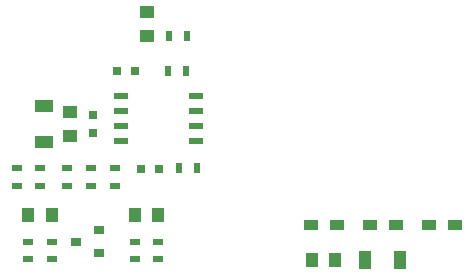
<source format=gtp>
%MOIN*%
%OFA0B0*%
%FSLAX46Y46*%
%IPPOS*%
%LPD*%
%ADD10C,0.0039370078740157488*%
%ADD21C,0.0039370078740157488*%
%ADD22R,0.049212598425196853X0.03937007874015748*%
%ADD23R,0.035433070866141732X0.01968503937007874*%
%ADD24R,0.045000000000000005X0.02*%
%ADD25R,0.035433070866141732X0.031496062992125991*%
%ADD26R,0.03937007874015748X0.049212598425196853*%
%ADD27R,0.031496062992125991X0.029527559055118113*%
%ADD28R,0.01968503937007874X0.035433070866141732*%
%ADD29R,0.062992125984251982X0.03937007874015748*%
%ADD30R,0.029527559055118113X0.031496062992125991*%
%ADD31C,0.0039370078740157488*%
%ADD32R,0.047244094488188976X0.035433070866141732*%
%ADD33R,0.03937007874015748X0.049212598425196853*%
%ADD34R,0.03937007874015748X0.062992125984251982*%
%ADD35C,0.0039370078740157488*%
%ADD36C,0.0039370078740157488*%
%ADD37C,0.0039370078740157488*%
%ADD38C,0.0039370078740157488*%
%ADD39C,0.0039370078740157488*%
%ADD40C,0.0039370078740157488*%
G01G01*
D10*
G04 next file*
G04 #@! TF.FileFunction,Paste,Top*
G04 Gerber Fmt 4.6, Leading zero omitted, Abs format (unit mm)*
G04 Created by KiCad (PCBNEW 4.0.4-1.fc24-product) date Mon Jun  4 16:00:14 2018*
G01G01*
G04 APERTURE LIST*
G04 APERTURE END LIST*
D21*
D22*
X-0005708661Y0005590551D02*
X0000374015Y0001673228D03*
X0000374015Y0001751968D03*
D23*
X0000275590Y0001564960D03*
X0000275590Y0001505905D03*
D22*
X0000629921Y0002086614D03*
X0000629921Y0002007874D03*
D24*
X0000794291Y0001807283D03*
X0000794291Y0001757283D03*
X0000794291Y0001707283D03*
X0000794291Y0001657283D03*
X0000544291Y0001657283D03*
X0000544291Y0001707283D03*
X0000544291Y0001757283D03*
X0000544291Y0001807283D03*
D25*
X0000472440Y0001283464D03*
X0000472440Y0001358267D03*
X0000393700Y0001320866D03*
D26*
X0000314960Y0001409448D03*
X0000236220Y0001409448D03*
X0000669291Y0001409448D03*
X0000590551Y0001409448D03*
D27*
X0000612204Y0001562992D03*
X0000671259Y0001562992D03*
D23*
X0000236220Y0001320866D03*
X0000236220Y0001261810D03*
X0000314960Y0001320866D03*
X0000314960Y0001261810D03*
X0000590551Y0001320866D03*
X0000590551Y0001261810D03*
X0000669291Y0001320866D03*
X0000669291Y0001261810D03*
X0000523622Y0001564960D03*
X0000523622Y0001505905D03*
X0000366141Y0001505905D03*
X0000366141Y0001564960D03*
X0000444881Y0001505905D03*
X0000444881Y0001564960D03*
X0000196850Y0001564960D03*
X0000196850Y0001505905D03*
D28*
X0000761810Y0001889763D03*
X0000702755Y0001889763D03*
X0000738188Y0001566929D03*
X0000797244Y0001566929D03*
D29*
X0000287401Y0001653543D03*
X0000287401Y0001771653D03*
D27*
X0000590551Y0001889763D03*
X0000531496Y0001889763D03*
D28*
X0000763779Y0002007874D03*
X0000704724Y0002007874D03*
D30*
X0000452755Y0001683070D03*
X0000452755Y0001742125D03*
G04 next file*
G04 #@! TF.FileFunction,Paste,Top*
G04 Gerber Fmt 4.6, Leading zero omitted, Abs format (unit mm)*
G04 Created by KiCad (PCBNEW 4.0.7) date 06/05/18 10:39:03*
G01G01*
G04 APERTURE LIST*
G04 APERTURE END LIST*
D31*
D32*
X-0003976377Y0005236220D02*
X0001570866Y0001377952D03*
X0001657480Y0001377952D03*
X0001374015Y0001377952D03*
X0001460629Y0001377952D03*
X0001263779Y0001377952D03*
X0001177165Y0001377952D03*
D33*
X0001181102Y0001259842D03*
X0001259842Y0001259842D03*
D34*
X0001476377Y0001259842D03*
X0001358267Y0001259842D03*
G04 next file*
G04 #@! TF.FileFunction,Paste,Top*
G04 Gerber Fmt 4.6, Leading zero omitted, Abs format (unit mm)*
G04 Created by KiCad (PCBNEW 4.0.7) date 06/05/18 11:02:08*
G01G01*
G04 APERTURE LIST*
G04 APERTURE END LIST*
D35*
G04 next file*
G04 #@! TF.FileFunction,Paste,Top*
G04 Gerber Fmt 4.6, Leading zero omitted, Abs format (unit mm)*
G04 Created by KiCad (PCBNEW 4.0.7) date 06/06/18 08:32:26*
G01G01*
G04 APERTURE LIST*
G04 APERTURE END LIST*
D36*
G04 next file*
G04 #@! TF.FileFunction,Paste,Top*
G04 Gerber Fmt 4.6, Leading zero omitted, Abs format (unit mm)*
G04 Created by KiCad (PCBNEW 4.0.7) date 06/06/18 08:36:06*
G01G01*
G04 APERTURE LIST*
G04 APERTURE END LIST*
D37*
G04 next file*
G04 #@! TF.FileFunction,Paste,Top*
G04 Gerber Fmt 4.6, Leading zero omitted, Abs format (unit mm)*
G04 Created by KiCad (PCBNEW 4.0.7) date 06/06/18 08:15:27*
G01G01*
G04 APERTURE LIST*
G04 APERTURE END LIST*
D38*
G04 next file*
G04 #@! TF.FileFunction,Paste,Top*
G04 Gerber Fmt 4.6, Leading zero omitted, Abs format (unit mm)*
G04 Created by KiCad (PCBNEW 4.0.7) date 06/06/18 08:13:09*
G01G01*
G04 APERTURE LIST*
G04 APERTURE END LIST*
D39*
G04 next file*
G04 #@! TF.FileFunction,Paste,Top*
G04 Gerber Fmt 4.6, Leading zero omitted, Abs format (unit mm)*
G04 Created by KiCad (PCBNEW 4.0.7) date 06/06/18 08:32:26*
G01G01*
G04 APERTURE LIST*
G04 APERTURE END LIST*
D40*
M02*
</source>
